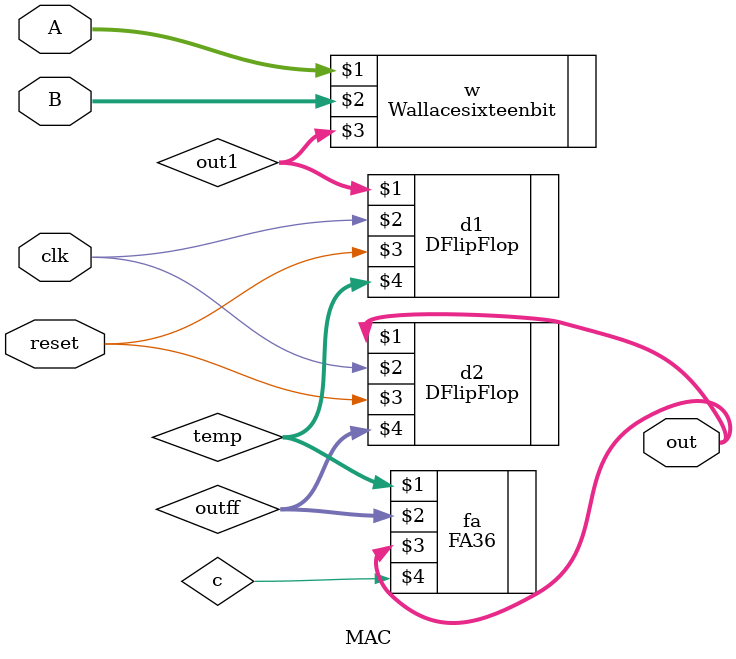
<source format=v>
`include "wallacesixteenbit.v"
`include "FullAdder36.v"
`include "dflipflop.v"
module MAC(A,B,out,clk,reset);

	input [15:0] A,B;
	input clk,reset;
	output [35:0] out;

	wire [35:0] out1,temp;
	Wallacesixteenbit w(A,B,out1);

	DFlipFlop d1 (out1,clk,reset,temp);

	wire [35:0] sumt,outff;
	wire c;

	FA36 fa (temp,outff,out,c);
	DFlipFlop d2 (out,clk,reset,outff);

endmodule

</source>
